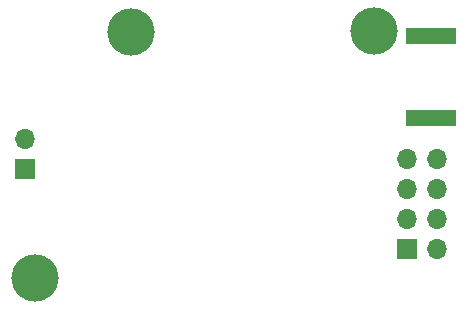
<source format=gbr>
G04 #@! TF.FileFunction,Soldermask,Bot*
%FSLAX46Y46*%
G04 Gerber Fmt 4.6, Leading zero omitted, Abs format (unit mm)*
G04 Created by KiCad (PCBNEW 4.0.6) date Monday, October 02, 2017 'PMt' 03:48:25 PM*
%MOMM*%
%LPD*%
G01*
G04 APERTURE LIST*
%ADD10C,0.100000*%
%ADD11C,4.000000*%
%ADD12R,1.700000X1.700000*%
%ADD13O,1.700000X1.700000*%
%ADD14R,4.200000X1.350000*%
G04 APERTURE END LIST*
D10*
D11*
X138976100Y-89979500D03*
X130784600Y-110807500D03*
X159486600Y-89916000D03*
D12*
X162306000Y-108331000D03*
D13*
X164846000Y-108331000D03*
X162306000Y-105791000D03*
X164846000Y-105791000D03*
X162306000Y-103251000D03*
X164846000Y-103251000D03*
X162306000Y-100711000D03*
X164846000Y-100711000D03*
D12*
X129984500Y-101600000D03*
D13*
X129984500Y-99060000D03*
D14*
X164338000Y-90282000D03*
X164338000Y-97282000D03*
X164338000Y-97282000D03*
X164338000Y-90282000D03*
M02*

</source>
